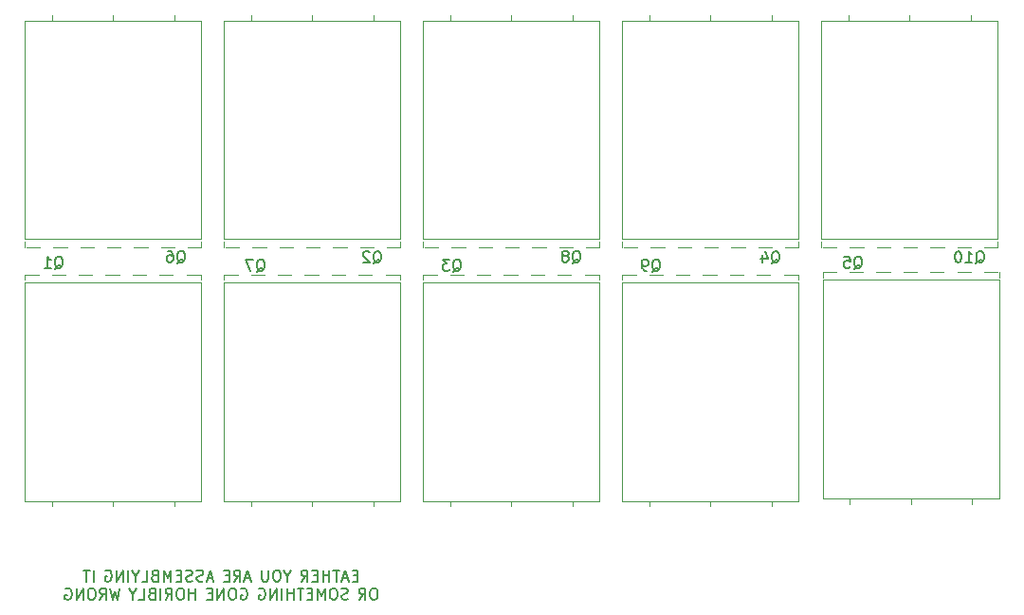
<source format=gbr>
%TF.GenerationSoftware,KiCad,Pcbnew,(6.99.0-3568-gdcfcfd5f29)*%
%TF.CreationDate,2022-10-04T16:24:13+03:00*%
%TF.ProjectId,welder ac diy,77656c64-6572-4206-9163-206469792e6b,rev?*%
%TF.SameCoordinates,Original*%
%TF.FileFunction,Legend,Bot*%
%TF.FilePolarity,Positive*%
%FSLAX46Y46*%
G04 Gerber Fmt 4.6, Leading zero omitted, Abs format (unit mm)*
G04 Created by KiCad (PCBNEW (6.99.0-3568-gdcfcfd5f29)) date 2022-10-04 16:24:13*
%MOMM*%
%LPD*%
G01*
G04 APERTURE LIST*
%ADD10C,0.150000*%
%ADD11C,0.120000*%
G04 APERTURE END LIST*
D10*
X80248190Y-110668571D02*
X79914857Y-110668571D01*
X79772000Y-111192380D02*
X80248190Y-111192380D01*
X80248190Y-111192380D02*
X80248190Y-110192380D01*
X80248190Y-110192380D02*
X79772000Y-110192380D01*
X79391047Y-110906666D02*
X78914857Y-110906666D01*
X79486285Y-111192380D02*
X79152952Y-110192380D01*
X79152952Y-110192380D02*
X78819619Y-111192380D01*
X78629142Y-110192380D02*
X78057714Y-110192380D01*
X78343428Y-111192380D02*
X78343428Y-110192380D01*
X77724380Y-111192380D02*
X77724380Y-110192380D01*
X77724380Y-110668571D02*
X77152952Y-110668571D01*
X77152952Y-111192380D02*
X77152952Y-110192380D01*
X76676761Y-110668571D02*
X76343428Y-110668571D01*
X76200571Y-111192380D02*
X76676761Y-111192380D01*
X76676761Y-111192380D02*
X76676761Y-110192380D01*
X76676761Y-110192380D02*
X76200571Y-110192380D01*
X75200571Y-111192380D02*
X75533904Y-110716190D01*
X75771999Y-111192380D02*
X75771999Y-110192380D01*
X75771999Y-110192380D02*
X75391047Y-110192380D01*
X75391047Y-110192380D02*
X75295809Y-110240000D01*
X75295809Y-110240000D02*
X75248190Y-110287619D01*
X75248190Y-110287619D02*
X75200571Y-110382857D01*
X75200571Y-110382857D02*
X75200571Y-110525714D01*
X75200571Y-110525714D02*
X75248190Y-110620952D01*
X75248190Y-110620952D02*
X75295809Y-110668571D01*
X75295809Y-110668571D02*
X75391047Y-110716190D01*
X75391047Y-110716190D02*
X75771999Y-110716190D01*
X73981523Y-110716190D02*
X73981523Y-111192380D01*
X74314856Y-110192380D02*
X73981523Y-110716190D01*
X73981523Y-110716190D02*
X73648190Y-110192380D01*
X73124380Y-110192380D02*
X72933904Y-110192380D01*
X72933904Y-110192380D02*
X72838666Y-110240000D01*
X72838666Y-110240000D02*
X72743428Y-110335238D01*
X72743428Y-110335238D02*
X72695809Y-110525714D01*
X72695809Y-110525714D02*
X72695809Y-110859047D01*
X72695809Y-110859047D02*
X72743428Y-111049523D01*
X72743428Y-111049523D02*
X72838666Y-111144761D01*
X72838666Y-111144761D02*
X72933904Y-111192380D01*
X72933904Y-111192380D02*
X73124380Y-111192380D01*
X73124380Y-111192380D02*
X73219618Y-111144761D01*
X73219618Y-111144761D02*
X73314856Y-111049523D01*
X73314856Y-111049523D02*
X73362475Y-110859047D01*
X73362475Y-110859047D02*
X73362475Y-110525714D01*
X73362475Y-110525714D02*
X73314856Y-110335238D01*
X73314856Y-110335238D02*
X73219618Y-110240000D01*
X73219618Y-110240000D02*
X73124380Y-110192380D01*
X72267237Y-110192380D02*
X72267237Y-111001904D01*
X72267237Y-111001904D02*
X72219618Y-111097142D01*
X72219618Y-111097142D02*
X72171999Y-111144761D01*
X72171999Y-111144761D02*
X72076761Y-111192380D01*
X72076761Y-111192380D02*
X71886285Y-111192380D01*
X71886285Y-111192380D02*
X71791047Y-111144761D01*
X71791047Y-111144761D02*
X71743428Y-111097142D01*
X71743428Y-111097142D02*
X71695809Y-111001904D01*
X71695809Y-111001904D02*
X71695809Y-110192380D01*
X70667237Y-110906666D02*
X70191047Y-110906666D01*
X70762475Y-111192380D02*
X70429142Y-110192380D01*
X70429142Y-110192380D02*
X70095809Y-111192380D01*
X69191047Y-111192380D02*
X69524380Y-110716190D01*
X69762475Y-111192380D02*
X69762475Y-110192380D01*
X69762475Y-110192380D02*
X69381523Y-110192380D01*
X69381523Y-110192380D02*
X69286285Y-110240000D01*
X69286285Y-110240000D02*
X69238666Y-110287619D01*
X69238666Y-110287619D02*
X69191047Y-110382857D01*
X69191047Y-110382857D02*
X69191047Y-110525714D01*
X69191047Y-110525714D02*
X69238666Y-110620952D01*
X69238666Y-110620952D02*
X69286285Y-110668571D01*
X69286285Y-110668571D02*
X69381523Y-110716190D01*
X69381523Y-110716190D02*
X69762475Y-110716190D01*
X68762475Y-110668571D02*
X68429142Y-110668571D01*
X68286285Y-111192380D02*
X68762475Y-111192380D01*
X68762475Y-111192380D02*
X68762475Y-110192380D01*
X68762475Y-110192380D02*
X68286285Y-110192380D01*
X67305332Y-110906666D02*
X66829142Y-110906666D01*
X67400570Y-111192380D02*
X67067237Y-110192380D01*
X67067237Y-110192380D02*
X66733904Y-111192380D01*
X66448189Y-111144761D02*
X66305332Y-111192380D01*
X66305332Y-111192380D02*
X66067237Y-111192380D01*
X66067237Y-111192380D02*
X65971999Y-111144761D01*
X65971999Y-111144761D02*
X65924380Y-111097142D01*
X65924380Y-111097142D02*
X65876761Y-111001904D01*
X65876761Y-111001904D02*
X65876761Y-110906666D01*
X65876761Y-110906666D02*
X65924380Y-110811428D01*
X65924380Y-110811428D02*
X65971999Y-110763809D01*
X65971999Y-110763809D02*
X66067237Y-110716190D01*
X66067237Y-110716190D02*
X66257713Y-110668571D01*
X66257713Y-110668571D02*
X66352951Y-110620952D01*
X66352951Y-110620952D02*
X66400570Y-110573333D01*
X66400570Y-110573333D02*
X66448189Y-110478095D01*
X66448189Y-110478095D02*
X66448189Y-110382857D01*
X66448189Y-110382857D02*
X66400570Y-110287619D01*
X66400570Y-110287619D02*
X66352951Y-110240000D01*
X66352951Y-110240000D02*
X66257713Y-110192380D01*
X66257713Y-110192380D02*
X66019618Y-110192380D01*
X66019618Y-110192380D02*
X65876761Y-110240000D01*
X65495808Y-111144761D02*
X65352951Y-111192380D01*
X65352951Y-111192380D02*
X65114856Y-111192380D01*
X65114856Y-111192380D02*
X65019618Y-111144761D01*
X65019618Y-111144761D02*
X64971999Y-111097142D01*
X64971999Y-111097142D02*
X64924380Y-111001904D01*
X64924380Y-111001904D02*
X64924380Y-110906666D01*
X64924380Y-110906666D02*
X64971999Y-110811428D01*
X64971999Y-110811428D02*
X65019618Y-110763809D01*
X65019618Y-110763809D02*
X65114856Y-110716190D01*
X65114856Y-110716190D02*
X65305332Y-110668571D01*
X65305332Y-110668571D02*
X65400570Y-110620952D01*
X65400570Y-110620952D02*
X65448189Y-110573333D01*
X65448189Y-110573333D02*
X65495808Y-110478095D01*
X65495808Y-110478095D02*
X65495808Y-110382857D01*
X65495808Y-110382857D02*
X65448189Y-110287619D01*
X65448189Y-110287619D02*
X65400570Y-110240000D01*
X65400570Y-110240000D02*
X65305332Y-110192380D01*
X65305332Y-110192380D02*
X65067237Y-110192380D01*
X65067237Y-110192380D02*
X64924380Y-110240000D01*
X64495808Y-110668571D02*
X64162475Y-110668571D01*
X64019618Y-111192380D02*
X64495808Y-111192380D01*
X64495808Y-111192380D02*
X64495808Y-110192380D01*
X64495808Y-110192380D02*
X64019618Y-110192380D01*
X63591046Y-111192380D02*
X63591046Y-110192380D01*
X63591046Y-110192380D02*
X63257713Y-110906666D01*
X63257713Y-110906666D02*
X62924380Y-110192380D01*
X62924380Y-110192380D02*
X62924380Y-111192380D01*
X62114856Y-110668571D02*
X61971999Y-110716190D01*
X61971999Y-110716190D02*
X61924380Y-110763809D01*
X61924380Y-110763809D02*
X61876761Y-110859047D01*
X61876761Y-110859047D02*
X61876761Y-111001904D01*
X61876761Y-111001904D02*
X61924380Y-111097142D01*
X61924380Y-111097142D02*
X61971999Y-111144761D01*
X61971999Y-111144761D02*
X62067237Y-111192380D01*
X62067237Y-111192380D02*
X62448189Y-111192380D01*
X62448189Y-111192380D02*
X62448189Y-110192380D01*
X62448189Y-110192380D02*
X62114856Y-110192380D01*
X62114856Y-110192380D02*
X62019618Y-110240000D01*
X62019618Y-110240000D02*
X61971999Y-110287619D01*
X61971999Y-110287619D02*
X61924380Y-110382857D01*
X61924380Y-110382857D02*
X61924380Y-110478095D01*
X61924380Y-110478095D02*
X61971999Y-110573333D01*
X61971999Y-110573333D02*
X62019618Y-110620952D01*
X62019618Y-110620952D02*
X62114856Y-110668571D01*
X62114856Y-110668571D02*
X62448189Y-110668571D01*
X60971999Y-111192380D02*
X61448189Y-111192380D01*
X61448189Y-111192380D02*
X61448189Y-110192380D01*
X60448189Y-110716190D02*
X60448189Y-111192380D01*
X60781522Y-110192380D02*
X60448189Y-110716190D01*
X60448189Y-110716190D02*
X60114856Y-110192380D01*
X59781522Y-111192380D02*
X59781522Y-110192380D01*
X59305332Y-111192380D02*
X59305332Y-110192380D01*
X59305332Y-110192380D02*
X58733904Y-111192380D01*
X58733904Y-111192380D02*
X58733904Y-110192380D01*
X57733904Y-110240000D02*
X57829142Y-110192380D01*
X57829142Y-110192380D02*
X57971999Y-110192380D01*
X57971999Y-110192380D02*
X58114856Y-110240000D01*
X58114856Y-110240000D02*
X58210094Y-110335238D01*
X58210094Y-110335238D02*
X58257713Y-110430476D01*
X58257713Y-110430476D02*
X58305332Y-110620952D01*
X58305332Y-110620952D02*
X58305332Y-110763809D01*
X58305332Y-110763809D02*
X58257713Y-110954285D01*
X58257713Y-110954285D02*
X58210094Y-111049523D01*
X58210094Y-111049523D02*
X58114856Y-111144761D01*
X58114856Y-111144761D02*
X57971999Y-111192380D01*
X57971999Y-111192380D02*
X57876761Y-111192380D01*
X57876761Y-111192380D02*
X57733904Y-111144761D01*
X57733904Y-111144761D02*
X57686285Y-111097142D01*
X57686285Y-111097142D02*
X57686285Y-110763809D01*
X57686285Y-110763809D02*
X57876761Y-110763809D01*
X56657713Y-111192380D02*
X56657713Y-110192380D01*
X56324380Y-110192380D02*
X55752952Y-110192380D01*
X56038666Y-111192380D02*
X56038666Y-110192380D01*
X81795808Y-111812380D02*
X81605332Y-111812380D01*
X81605332Y-111812380D02*
X81510094Y-111860000D01*
X81510094Y-111860000D02*
X81414856Y-111955238D01*
X81414856Y-111955238D02*
X81367237Y-112145714D01*
X81367237Y-112145714D02*
X81367237Y-112479047D01*
X81367237Y-112479047D02*
X81414856Y-112669523D01*
X81414856Y-112669523D02*
X81510094Y-112764761D01*
X81510094Y-112764761D02*
X81605332Y-112812380D01*
X81605332Y-112812380D02*
X81795808Y-112812380D01*
X81795808Y-112812380D02*
X81891046Y-112764761D01*
X81891046Y-112764761D02*
X81986284Y-112669523D01*
X81986284Y-112669523D02*
X82033903Y-112479047D01*
X82033903Y-112479047D02*
X82033903Y-112145714D01*
X82033903Y-112145714D02*
X81986284Y-111955238D01*
X81986284Y-111955238D02*
X81891046Y-111860000D01*
X81891046Y-111860000D02*
X81795808Y-111812380D01*
X80367237Y-112812380D02*
X80700570Y-112336190D01*
X80938665Y-112812380D02*
X80938665Y-111812380D01*
X80938665Y-111812380D02*
X80557713Y-111812380D01*
X80557713Y-111812380D02*
X80462475Y-111860000D01*
X80462475Y-111860000D02*
X80414856Y-111907619D01*
X80414856Y-111907619D02*
X80367237Y-112002857D01*
X80367237Y-112002857D02*
X80367237Y-112145714D01*
X80367237Y-112145714D02*
X80414856Y-112240952D01*
X80414856Y-112240952D02*
X80462475Y-112288571D01*
X80462475Y-112288571D02*
X80557713Y-112336190D01*
X80557713Y-112336190D02*
X80938665Y-112336190D01*
X79386284Y-112764761D02*
X79243427Y-112812380D01*
X79243427Y-112812380D02*
X79005332Y-112812380D01*
X79005332Y-112812380D02*
X78910094Y-112764761D01*
X78910094Y-112764761D02*
X78862475Y-112717142D01*
X78862475Y-112717142D02*
X78814856Y-112621904D01*
X78814856Y-112621904D02*
X78814856Y-112526666D01*
X78814856Y-112526666D02*
X78862475Y-112431428D01*
X78862475Y-112431428D02*
X78910094Y-112383809D01*
X78910094Y-112383809D02*
X79005332Y-112336190D01*
X79005332Y-112336190D02*
X79195808Y-112288571D01*
X79195808Y-112288571D02*
X79291046Y-112240952D01*
X79291046Y-112240952D02*
X79338665Y-112193333D01*
X79338665Y-112193333D02*
X79386284Y-112098095D01*
X79386284Y-112098095D02*
X79386284Y-112002857D01*
X79386284Y-112002857D02*
X79338665Y-111907619D01*
X79338665Y-111907619D02*
X79291046Y-111860000D01*
X79291046Y-111860000D02*
X79195808Y-111812380D01*
X79195808Y-111812380D02*
X78957713Y-111812380D01*
X78957713Y-111812380D02*
X78814856Y-111860000D01*
X78195808Y-111812380D02*
X78005332Y-111812380D01*
X78005332Y-111812380D02*
X77910094Y-111860000D01*
X77910094Y-111860000D02*
X77814856Y-111955238D01*
X77814856Y-111955238D02*
X77767237Y-112145714D01*
X77767237Y-112145714D02*
X77767237Y-112479047D01*
X77767237Y-112479047D02*
X77814856Y-112669523D01*
X77814856Y-112669523D02*
X77910094Y-112764761D01*
X77910094Y-112764761D02*
X78005332Y-112812380D01*
X78005332Y-112812380D02*
X78195808Y-112812380D01*
X78195808Y-112812380D02*
X78291046Y-112764761D01*
X78291046Y-112764761D02*
X78386284Y-112669523D01*
X78386284Y-112669523D02*
X78433903Y-112479047D01*
X78433903Y-112479047D02*
X78433903Y-112145714D01*
X78433903Y-112145714D02*
X78386284Y-111955238D01*
X78386284Y-111955238D02*
X78291046Y-111860000D01*
X78291046Y-111860000D02*
X78195808Y-111812380D01*
X77338665Y-112812380D02*
X77338665Y-111812380D01*
X77338665Y-111812380D02*
X77005332Y-112526666D01*
X77005332Y-112526666D02*
X76671999Y-111812380D01*
X76671999Y-111812380D02*
X76671999Y-112812380D01*
X76195808Y-112288571D02*
X75862475Y-112288571D01*
X75719618Y-112812380D02*
X76195808Y-112812380D01*
X76195808Y-112812380D02*
X76195808Y-111812380D01*
X76195808Y-111812380D02*
X75719618Y-111812380D01*
X75433903Y-111812380D02*
X74862475Y-111812380D01*
X75148189Y-112812380D02*
X75148189Y-111812380D01*
X74529141Y-112812380D02*
X74529141Y-111812380D01*
X74529141Y-112288571D02*
X73957713Y-112288571D01*
X73957713Y-112812380D02*
X73957713Y-111812380D01*
X73481522Y-112812380D02*
X73481522Y-111812380D01*
X73005332Y-112812380D02*
X73005332Y-111812380D01*
X73005332Y-111812380D02*
X72433904Y-112812380D01*
X72433904Y-112812380D02*
X72433904Y-111812380D01*
X71433904Y-111860000D02*
X71529142Y-111812380D01*
X71529142Y-111812380D02*
X71671999Y-111812380D01*
X71671999Y-111812380D02*
X71814856Y-111860000D01*
X71814856Y-111860000D02*
X71910094Y-111955238D01*
X71910094Y-111955238D02*
X71957713Y-112050476D01*
X71957713Y-112050476D02*
X72005332Y-112240952D01*
X72005332Y-112240952D02*
X72005332Y-112383809D01*
X72005332Y-112383809D02*
X71957713Y-112574285D01*
X71957713Y-112574285D02*
X71910094Y-112669523D01*
X71910094Y-112669523D02*
X71814856Y-112764761D01*
X71814856Y-112764761D02*
X71671999Y-112812380D01*
X71671999Y-112812380D02*
X71576761Y-112812380D01*
X71576761Y-112812380D02*
X71433904Y-112764761D01*
X71433904Y-112764761D02*
X71386285Y-112717142D01*
X71386285Y-112717142D02*
X71386285Y-112383809D01*
X71386285Y-112383809D02*
X71576761Y-112383809D01*
X69833904Y-111860000D02*
X69929142Y-111812380D01*
X69929142Y-111812380D02*
X70071999Y-111812380D01*
X70071999Y-111812380D02*
X70214856Y-111860000D01*
X70214856Y-111860000D02*
X70310094Y-111955238D01*
X70310094Y-111955238D02*
X70357713Y-112050476D01*
X70357713Y-112050476D02*
X70405332Y-112240952D01*
X70405332Y-112240952D02*
X70405332Y-112383809D01*
X70405332Y-112383809D02*
X70357713Y-112574285D01*
X70357713Y-112574285D02*
X70310094Y-112669523D01*
X70310094Y-112669523D02*
X70214856Y-112764761D01*
X70214856Y-112764761D02*
X70071999Y-112812380D01*
X70071999Y-112812380D02*
X69976761Y-112812380D01*
X69976761Y-112812380D02*
X69833904Y-112764761D01*
X69833904Y-112764761D02*
X69786285Y-112717142D01*
X69786285Y-112717142D02*
X69786285Y-112383809D01*
X69786285Y-112383809D02*
X69976761Y-112383809D01*
X69167237Y-111812380D02*
X68976761Y-111812380D01*
X68976761Y-111812380D02*
X68881523Y-111860000D01*
X68881523Y-111860000D02*
X68786285Y-111955238D01*
X68786285Y-111955238D02*
X68738666Y-112145714D01*
X68738666Y-112145714D02*
X68738666Y-112479047D01*
X68738666Y-112479047D02*
X68786285Y-112669523D01*
X68786285Y-112669523D02*
X68881523Y-112764761D01*
X68881523Y-112764761D02*
X68976761Y-112812380D01*
X68976761Y-112812380D02*
X69167237Y-112812380D01*
X69167237Y-112812380D02*
X69262475Y-112764761D01*
X69262475Y-112764761D02*
X69357713Y-112669523D01*
X69357713Y-112669523D02*
X69405332Y-112479047D01*
X69405332Y-112479047D02*
X69405332Y-112145714D01*
X69405332Y-112145714D02*
X69357713Y-111955238D01*
X69357713Y-111955238D02*
X69262475Y-111860000D01*
X69262475Y-111860000D02*
X69167237Y-111812380D01*
X68310094Y-112812380D02*
X68310094Y-111812380D01*
X68310094Y-111812380D02*
X67738666Y-112812380D01*
X67738666Y-112812380D02*
X67738666Y-111812380D01*
X67262475Y-112288571D02*
X66929142Y-112288571D01*
X66786285Y-112812380D02*
X67262475Y-112812380D01*
X67262475Y-112812380D02*
X67262475Y-111812380D01*
X67262475Y-111812380D02*
X66786285Y-111812380D01*
X65757713Y-112812380D02*
X65757713Y-111812380D01*
X65757713Y-112288571D02*
X65186285Y-112288571D01*
X65186285Y-112812380D02*
X65186285Y-111812380D01*
X64519618Y-111812380D02*
X64329142Y-111812380D01*
X64329142Y-111812380D02*
X64233904Y-111860000D01*
X64233904Y-111860000D02*
X64138666Y-111955238D01*
X64138666Y-111955238D02*
X64091047Y-112145714D01*
X64091047Y-112145714D02*
X64091047Y-112479047D01*
X64091047Y-112479047D02*
X64138666Y-112669523D01*
X64138666Y-112669523D02*
X64233904Y-112764761D01*
X64233904Y-112764761D02*
X64329142Y-112812380D01*
X64329142Y-112812380D02*
X64519618Y-112812380D01*
X64519618Y-112812380D02*
X64614856Y-112764761D01*
X64614856Y-112764761D02*
X64710094Y-112669523D01*
X64710094Y-112669523D02*
X64757713Y-112479047D01*
X64757713Y-112479047D02*
X64757713Y-112145714D01*
X64757713Y-112145714D02*
X64710094Y-111955238D01*
X64710094Y-111955238D02*
X64614856Y-111860000D01*
X64614856Y-111860000D02*
X64519618Y-111812380D01*
X63091047Y-112812380D02*
X63424380Y-112336190D01*
X63662475Y-112812380D02*
X63662475Y-111812380D01*
X63662475Y-111812380D02*
X63281523Y-111812380D01*
X63281523Y-111812380D02*
X63186285Y-111860000D01*
X63186285Y-111860000D02*
X63138666Y-111907619D01*
X63138666Y-111907619D02*
X63091047Y-112002857D01*
X63091047Y-112002857D02*
X63091047Y-112145714D01*
X63091047Y-112145714D02*
X63138666Y-112240952D01*
X63138666Y-112240952D02*
X63186285Y-112288571D01*
X63186285Y-112288571D02*
X63281523Y-112336190D01*
X63281523Y-112336190D02*
X63662475Y-112336190D01*
X62662475Y-112812380D02*
X62662475Y-111812380D01*
X61852952Y-112288571D02*
X61710095Y-112336190D01*
X61710095Y-112336190D02*
X61662476Y-112383809D01*
X61662476Y-112383809D02*
X61614857Y-112479047D01*
X61614857Y-112479047D02*
X61614857Y-112621904D01*
X61614857Y-112621904D02*
X61662476Y-112717142D01*
X61662476Y-112717142D02*
X61710095Y-112764761D01*
X61710095Y-112764761D02*
X61805333Y-112812380D01*
X61805333Y-112812380D02*
X62186285Y-112812380D01*
X62186285Y-112812380D02*
X62186285Y-111812380D01*
X62186285Y-111812380D02*
X61852952Y-111812380D01*
X61852952Y-111812380D02*
X61757714Y-111860000D01*
X61757714Y-111860000D02*
X61710095Y-111907619D01*
X61710095Y-111907619D02*
X61662476Y-112002857D01*
X61662476Y-112002857D02*
X61662476Y-112098095D01*
X61662476Y-112098095D02*
X61710095Y-112193333D01*
X61710095Y-112193333D02*
X61757714Y-112240952D01*
X61757714Y-112240952D02*
X61852952Y-112288571D01*
X61852952Y-112288571D02*
X62186285Y-112288571D01*
X60710095Y-112812380D02*
X61186285Y-112812380D01*
X61186285Y-112812380D02*
X61186285Y-111812380D01*
X60186285Y-112336190D02*
X60186285Y-112812380D01*
X60519618Y-111812380D02*
X60186285Y-112336190D01*
X60186285Y-112336190D02*
X59852952Y-111812380D01*
X59014856Y-111812380D02*
X58776761Y-112812380D01*
X58776761Y-112812380D02*
X58586285Y-112098095D01*
X58586285Y-112098095D02*
X58395809Y-112812380D01*
X58395809Y-112812380D02*
X58157714Y-111812380D01*
X57205333Y-112812380D02*
X57538666Y-112336190D01*
X57776761Y-112812380D02*
X57776761Y-111812380D01*
X57776761Y-111812380D02*
X57395809Y-111812380D01*
X57395809Y-111812380D02*
X57300571Y-111860000D01*
X57300571Y-111860000D02*
X57252952Y-111907619D01*
X57252952Y-111907619D02*
X57205333Y-112002857D01*
X57205333Y-112002857D02*
X57205333Y-112145714D01*
X57205333Y-112145714D02*
X57252952Y-112240952D01*
X57252952Y-112240952D02*
X57300571Y-112288571D01*
X57300571Y-112288571D02*
X57395809Y-112336190D01*
X57395809Y-112336190D02*
X57776761Y-112336190D01*
X56586285Y-111812380D02*
X56395809Y-111812380D01*
X56395809Y-111812380D02*
X56300571Y-111860000D01*
X56300571Y-111860000D02*
X56205333Y-111955238D01*
X56205333Y-111955238D02*
X56157714Y-112145714D01*
X56157714Y-112145714D02*
X56157714Y-112479047D01*
X56157714Y-112479047D02*
X56205333Y-112669523D01*
X56205333Y-112669523D02*
X56300571Y-112764761D01*
X56300571Y-112764761D02*
X56395809Y-112812380D01*
X56395809Y-112812380D02*
X56586285Y-112812380D01*
X56586285Y-112812380D02*
X56681523Y-112764761D01*
X56681523Y-112764761D02*
X56776761Y-112669523D01*
X56776761Y-112669523D02*
X56824380Y-112479047D01*
X56824380Y-112479047D02*
X56824380Y-112145714D01*
X56824380Y-112145714D02*
X56776761Y-111955238D01*
X56776761Y-111955238D02*
X56681523Y-111860000D01*
X56681523Y-111860000D02*
X56586285Y-111812380D01*
X55729142Y-112812380D02*
X55729142Y-111812380D01*
X55729142Y-111812380D02*
X55157714Y-112812380D01*
X55157714Y-112812380D02*
X55157714Y-111812380D01*
X54157714Y-111860000D02*
X54252952Y-111812380D01*
X54252952Y-111812380D02*
X54395809Y-111812380D01*
X54395809Y-111812380D02*
X54538666Y-111860000D01*
X54538666Y-111860000D02*
X54633904Y-111955238D01*
X54633904Y-111955238D02*
X54681523Y-112050476D01*
X54681523Y-112050476D02*
X54729142Y-112240952D01*
X54729142Y-112240952D02*
X54729142Y-112383809D01*
X54729142Y-112383809D02*
X54681523Y-112574285D01*
X54681523Y-112574285D02*
X54633904Y-112669523D01*
X54633904Y-112669523D02*
X54538666Y-112764761D01*
X54538666Y-112764761D02*
X54395809Y-112812380D01*
X54395809Y-112812380D02*
X54300571Y-112812380D01*
X54300571Y-112812380D02*
X54157714Y-112764761D01*
X54157714Y-112764761D02*
X54110095Y-112717142D01*
X54110095Y-112717142D02*
X54110095Y-112383809D01*
X54110095Y-112383809D02*
X54300571Y-112383809D01*
%TO.C,Q7*%
X71215238Y-83520619D02*
X71310476Y-83473000D01*
X71310476Y-83473000D02*
X71405714Y-83377761D01*
X71405714Y-83377761D02*
X71548571Y-83234904D01*
X71548571Y-83234904D02*
X71643809Y-83187285D01*
X71643809Y-83187285D02*
X71739047Y-83187285D01*
X71691428Y-83425380D02*
X71786666Y-83377761D01*
X71786666Y-83377761D02*
X71881904Y-83282523D01*
X71881904Y-83282523D02*
X71929523Y-83092047D01*
X71929523Y-83092047D02*
X71929523Y-82758714D01*
X71929523Y-82758714D02*
X71881904Y-82568238D01*
X71881904Y-82568238D02*
X71786666Y-82473000D01*
X71786666Y-82473000D02*
X71691428Y-82425380D01*
X71691428Y-82425380D02*
X71500952Y-82425380D01*
X71500952Y-82425380D02*
X71405714Y-82473000D01*
X71405714Y-82473000D02*
X71310476Y-82568238D01*
X71310476Y-82568238D02*
X71262857Y-82758714D01*
X71262857Y-82758714D02*
X71262857Y-83092047D01*
X71262857Y-83092047D02*
X71310476Y-83282523D01*
X71310476Y-83282523D02*
X71405714Y-83377761D01*
X71405714Y-83377761D02*
X71500952Y-83425380D01*
X71500952Y-83425380D02*
X71691428Y-83425380D01*
X70929523Y-82425380D02*
X70262857Y-82425380D01*
X70262857Y-82425380D02*
X70691428Y-83425380D01*
%TO.C,Q4*%
X117189238Y-82787619D02*
X117284476Y-82740000D01*
X117284476Y-82740000D02*
X117379714Y-82644761D01*
X117379714Y-82644761D02*
X117522571Y-82501904D01*
X117522571Y-82501904D02*
X117617809Y-82454285D01*
X117617809Y-82454285D02*
X117713047Y-82454285D01*
X117665428Y-82692380D02*
X117760666Y-82644761D01*
X117760666Y-82644761D02*
X117855904Y-82549523D01*
X117855904Y-82549523D02*
X117903523Y-82359047D01*
X117903523Y-82359047D02*
X117903523Y-82025714D01*
X117903523Y-82025714D02*
X117855904Y-81835238D01*
X117855904Y-81835238D02*
X117760666Y-81740000D01*
X117760666Y-81740000D02*
X117665428Y-81692380D01*
X117665428Y-81692380D02*
X117474952Y-81692380D01*
X117474952Y-81692380D02*
X117379714Y-81740000D01*
X117379714Y-81740000D02*
X117284476Y-81835238D01*
X117284476Y-81835238D02*
X117236857Y-82025714D01*
X117236857Y-82025714D02*
X117236857Y-82359047D01*
X117236857Y-82359047D02*
X117284476Y-82549523D01*
X117284476Y-82549523D02*
X117379714Y-82644761D01*
X117379714Y-82644761D02*
X117474952Y-82692380D01*
X117474952Y-82692380D02*
X117665428Y-82692380D01*
X116379714Y-82025714D02*
X116379714Y-82692380D01*
X116617809Y-81644761D02*
X116855904Y-82359047D01*
X116855904Y-82359047D02*
X116236857Y-82359047D01*
%TO.C,Q9*%
X106521238Y-83520619D02*
X106616476Y-83473000D01*
X106616476Y-83473000D02*
X106711714Y-83377761D01*
X106711714Y-83377761D02*
X106854571Y-83234904D01*
X106854571Y-83234904D02*
X106949809Y-83187285D01*
X106949809Y-83187285D02*
X107045047Y-83187285D01*
X106997428Y-83425380D02*
X107092666Y-83377761D01*
X107092666Y-83377761D02*
X107187904Y-83282523D01*
X107187904Y-83282523D02*
X107235523Y-83092047D01*
X107235523Y-83092047D02*
X107235523Y-82758714D01*
X107235523Y-82758714D02*
X107187904Y-82568238D01*
X107187904Y-82568238D02*
X107092666Y-82473000D01*
X107092666Y-82473000D02*
X106997428Y-82425380D01*
X106997428Y-82425380D02*
X106806952Y-82425380D01*
X106806952Y-82425380D02*
X106711714Y-82473000D01*
X106711714Y-82473000D02*
X106616476Y-82568238D01*
X106616476Y-82568238D02*
X106568857Y-82758714D01*
X106568857Y-82758714D02*
X106568857Y-83092047D01*
X106568857Y-83092047D02*
X106616476Y-83282523D01*
X106616476Y-83282523D02*
X106711714Y-83377761D01*
X106711714Y-83377761D02*
X106806952Y-83425380D01*
X106806952Y-83425380D02*
X106997428Y-83425380D01*
X106092666Y-83425380D02*
X105902190Y-83425380D01*
X105902190Y-83425380D02*
X105806952Y-83377761D01*
X105806952Y-83377761D02*
X105759333Y-83330142D01*
X105759333Y-83330142D02*
X105664095Y-83187285D01*
X105664095Y-83187285D02*
X105616476Y-82996809D01*
X105616476Y-82996809D02*
X105616476Y-82615857D01*
X105616476Y-82615857D02*
X105664095Y-82520619D01*
X105664095Y-82520619D02*
X105711714Y-82473000D01*
X105711714Y-82473000D02*
X105806952Y-82425380D01*
X105806952Y-82425380D02*
X105997428Y-82425380D01*
X105997428Y-82425380D02*
X106092666Y-82473000D01*
X106092666Y-82473000D02*
X106140285Y-82520619D01*
X106140285Y-82520619D02*
X106187904Y-82615857D01*
X106187904Y-82615857D02*
X106187904Y-82853952D01*
X106187904Y-82853952D02*
X106140285Y-82949190D01*
X106140285Y-82949190D02*
X106092666Y-82996809D01*
X106092666Y-82996809D02*
X105997428Y-83044428D01*
X105997428Y-83044428D02*
X105806952Y-83044428D01*
X105806952Y-83044428D02*
X105711714Y-82996809D01*
X105711714Y-82996809D02*
X105664095Y-82949190D01*
X105664095Y-82949190D02*
X105616476Y-82853952D01*
%TO.C,Q5*%
X124555238Y-83266619D02*
X124650476Y-83219000D01*
X124650476Y-83219000D02*
X124745714Y-83123761D01*
X124745714Y-83123761D02*
X124888571Y-82980904D01*
X124888571Y-82980904D02*
X124983809Y-82933285D01*
X124983809Y-82933285D02*
X125079047Y-82933285D01*
X125031428Y-83171380D02*
X125126666Y-83123761D01*
X125126666Y-83123761D02*
X125221904Y-83028523D01*
X125221904Y-83028523D02*
X125269523Y-82838047D01*
X125269523Y-82838047D02*
X125269523Y-82504714D01*
X125269523Y-82504714D02*
X125221904Y-82314238D01*
X125221904Y-82314238D02*
X125126666Y-82219000D01*
X125126666Y-82219000D02*
X125031428Y-82171380D01*
X125031428Y-82171380D02*
X124840952Y-82171380D01*
X124840952Y-82171380D02*
X124745714Y-82219000D01*
X124745714Y-82219000D02*
X124650476Y-82314238D01*
X124650476Y-82314238D02*
X124602857Y-82504714D01*
X124602857Y-82504714D02*
X124602857Y-82838047D01*
X124602857Y-82838047D02*
X124650476Y-83028523D01*
X124650476Y-83028523D02*
X124745714Y-83123761D01*
X124745714Y-83123761D02*
X124840952Y-83171380D01*
X124840952Y-83171380D02*
X125031428Y-83171380D01*
X123698095Y-82171380D02*
X124174285Y-82171380D01*
X124174285Y-82171380D02*
X124221904Y-82647571D01*
X124221904Y-82647571D02*
X124174285Y-82599952D01*
X124174285Y-82599952D02*
X124079047Y-82552333D01*
X124079047Y-82552333D02*
X123840952Y-82552333D01*
X123840952Y-82552333D02*
X123745714Y-82599952D01*
X123745714Y-82599952D02*
X123698095Y-82647571D01*
X123698095Y-82647571D02*
X123650476Y-82742809D01*
X123650476Y-82742809D02*
X123650476Y-82980904D01*
X123650476Y-82980904D02*
X123698095Y-83076142D01*
X123698095Y-83076142D02*
X123745714Y-83123761D01*
X123745714Y-83123761D02*
X123840952Y-83171380D01*
X123840952Y-83171380D02*
X124079047Y-83171380D01*
X124079047Y-83171380D02*
X124174285Y-83123761D01*
X124174285Y-83123761D02*
X124221904Y-83076142D01*
%TO.C,Q10*%
X135445428Y-82787619D02*
X135540666Y-82740000D01*
X135540666Y-82740000D02*
X135635904Y-82644761D01*
X135635904Y-82644761D02*
X135778761Y-82501904D01*
X135778761Y-82501904D02*
X135873999Y-82454285D01*
X135873999Y-82454285D02*
X135969237Y-82454285D01*
X135921618Y-82692380D02*
X136016856Y-82644761D01*
X136016856Y-82644761D02*
X136112094Y-82549523D01*
X136112094Y-82549523D02*
X136159713Y-82359047D01*
X136159713Y-82359047D02*
X136159713Y-82025714D01*
X136159713Y-82025714D02*
X136112094Y-81835238D01*
X136112094Y-81835238D02*
X136016856Y-81740000D01*
X136016856Y-81740000D02*
X135921618Y-81692380D01*
X135921618Y-81692380D02*
X135731142Y-81692380D01*
X135731142Y-81692380D02*
X135635904Y-81740000D01*
X135635904Y-81740000D02*
X135540666Y-81835238D01*
X135540666Y-81835238D02*
X135493047Y-82025714D01*
X135493047Y-82025714D02*
X135493047Y-82359047D01*
X135493047Y-82359047D02*
X135540666Y-82549523D01*
X135540666Y-82549523D02*
X135635904Y-82644761D01*
X135635904Y-82644761D02*
X135731142Y-82692380D01*
X135731142Y-82692380D02*
X135921618Y-82692380D01*
X134540666Y-82692380D02*
X135112094Y-82692380D01*
X134826380Y-82692380D02*
X134826380Y-81692380D01*
X134826380Y-81692380D02*
X134921618Y-81835238D01*
X134921618Y-81835238D02*
X135016856Y-81930476D01*
X135016856Y-81930476D02*
X135112094Y-81978095D01*
X133921618Y-81692380D02*
X133826380Y-81692380D01*
X133826380Y-81692380D02*
X133731142Y-81740000D01*
X133731142Y-81740000D02*
X133683523Y-81787619D01*
X133683523Y-81787619D02*
X133635904Y-81882857D01*
X133635904Y-81882857D02*
X133588285Y-82073333D01*
X133588285Y-82073333D02*
X133588285Y-82311428D01*
X133588285Y-82311428D02*
X133635904Y-82501904D01*
X133635904Y-82501904D02*
X133683523Y-82597142D01*
X133683523Y-82597142D02*
X133731142Y-82644761D01*
X133731142Y-82644761D02*
X133826380Y-82692380D01*
X133826380Y-82692380D02*
X133921618Y-82692380D01*
X133921618Y-82692380D02*
X134016856Y-82644761D01*
X134016856Y-82644761D02*
X134064475Y-82597142D01*
X134064475Y-82597142D02*
X134112094Y-82501904D01*
X134112094Y-82501904D02*
X134159713Y-82311428D01*
X134159713Y-82311428D02*
X134159713Y-82073333D01*
X134159713Y-82073333D02*
X134112094Y-81882857D01*
X134112094Y-81882857D02*
X134064475Y-81787619D01*
X134064475Y-81787619D02*
X134016856Y-81740000D01*
X134016856Y-81740000D02*
X133921618Y-81692380D01*
%TO.C,Q6*%
X64103238Y-82758619D02*
X64198476Y-82711000D01*
X64198476Y-82711000D02*
X64293714Y-82615761D01*
X64293714Y-82615761D02*
X64436571Y-82472904D01*
X64436571Y-82472904D02*
X64531809Y-82425285D01*
X64531809Y-82425285D02*
X64627047Y-82425285D01*
X64579428Y-82663380D02*
X64674666Y-82615761D01*
X64674666Y-82615761D02*
X64769904Y-82520523D01*
X64769904Y-82520523D02*
X64817523Y-82330047D01*
X64817523Y-82330047D02*
X64817523Y-81996714D01*
X64817523Y-81996714D02*
X64769904Y-81806238D01*
X64769904Y-81806238D02*
X64674666Y-81711000D01*
X64674666Y-81711000D02*
X64579428Y-81663380D01*
X64579428Y-81663380D02*
X64388952Y-81663380D01*
X64388952Y-81663380D02*
X64293714Y-81711000D01*
X64293714Y-81711000D02*
X64198476Y-81806238D01*
X64198476Y-81806238D02*
X64150857Y-81996714D01*
X64150857Y-81996714D02*
X64150857Y-82330047D01*
X64150857Y-82330047D02*
X64198476Y-82520523D01*
X64198476Y-82520523D02*
X64293714Y-82615761D01*
X64293714Y-82615761D02*
X64388952Y-82663380D01*
X64388952Y-82663380D02*
X64579428Y-82663380D01*
X63293714Y-81663380D02*
X63484190Y-81663380D01*
X63484190Y-81663380D02*
X63579428Y-81711000D01*
X63579428Y-81711000D02*
X63627047Y-81758619D01*
X63627047Y-81758619D02*
X63722285Y-81901476D01*
X63722285Y-81901476D02*
X63769904Y-82091952D01*
X63769904Y-82091952D02*
X63769904Y-82472904D01*
X63769904Y-82472904D02*
X63722285Y-82568142D01*
X63722285Y-82568142D02*
X63674666Y-82615761D01*
X63674666Y-82615761D02*
X63579428Y-82663380D01*
X63579428Y-82663380D02*
X63388952Y-82663380D01*
X63388952Y-82663380D02*
X63293714Y-82615761D01*
X63293714Y-82615761D02*
X63246095Y-82568142D01*
X63246095Y-82568142D02*
X63198476Y-82472904D01*
X63198476Y-82472904D02*
X63198476Y-82234809D01*
X63198476Y-82234809D02*
X63246095Y-82139571D01*
X63246095Y-82139571D02*
X63293714Y-82091952D01*
X63293714Y-82091952D02*
X63388952Y-82044333D01*
X63388952Y-82044333D02*
X63579428Y-82044333D01*
X63579428Y-82044333D02*
X63674666Y-82091952D01*
X63674666Y-82091952D02*
X63722285Y-82139571D01*
X63722285Y-82139571D02*
X63769904Y-82234809D01*
%TO.C,Q1*%
X53181238Y-83266619D02*
X53276476Y-83219000D01*
X53276476Y-83219000D02*
X53371714Y-83123761D01*
X53371714Y-83123761D02*
X53514571Y-82980904D01*
X53514571Y-82980904D02*
X53609809Y-82933285D01*
X53609809Y-82933285D02*
X53705047Y-82933285D01*
X53657428Y-83171380D02*
X53752666Y-83123761D01*
X53752666Y-83123761D02*
X53847904Y-83028523D01*
X53847904Y-83028523D02*
X53895523Y-82838047D01*
X53895523Y-82838047D02*
X53895523Y-82504714D01*
X53895523Y-82504714D02*
X53847904Y-82314238D01*
X53847904Y-82314238D02*
X53752666Y-82219000D01*
X53752666Y-82219000D02*
X53657428Y-82171380D01*
X53657428Y-82171380D02*
X53466952Y-82171380D01*
X53466952Y-82171380D02*
X53371714Y-82219000D01*
X53371714Y-82219000D02*
X53276476Y-82314238D01*
X53276476Y-82314238D02*
X53228857Y-82504714D01*
X53228857Y-82504714D02*
X53228857Y-82838047D01*
X53228857Y-82838047D02*
X53276476Y-83028523D01*
X53276476Y-83028523D02*
X53371714Y-83123761D01*
X53371714Y-83123761D02*
X53466952Y-83171380D01*
X53466952Y-83171380D02*
X53657428Y-83171380D01*
X52276476Y-83171380D02*
X52847904Y-83171380D01*
X52562190Y-83171380D02*
X52562190Y-82171380D01*
X52562190Y-82171380D02*
X52657428Y-82314238D01*
X52657428Y-82314238D02*
X52752666Y-82409476D01*
X52752666Y-82409476D02*
X52847904Y-82457095D01*
%TO.C,Q8*%
X99409238Y-82758619D02*
X99504476Y-82711000D01*
X99504476Y-82711000D02*
X99599714Y-82615761D01*
X99599714Y-82615761D02*
X99742571Y-82472904D01*
X99742571Y-82472904D02*
X99837809Y-82425285D01*
X99837809Y-82425285D02*
X99933047Y-82425285D01*
X99885428Y-82663380D02*
X99980666Y-82615761D01*
X99980666Y-82615761D02*
X100075904Y-82520523D01*
X100075904Y-82520523D02*
X100123523Y-82330047D01*
X100123523Y-82330047D02*
X100123523Y-81996714D01*
X100123523Y-81996714D02*
X100075904Y-81806238D01*
X100075904Y-81806238D02*
X99980666Y-81711000D01*
X99980666Y-81711000D02*
X99885428Y-81663380D01*
X99885428Y-81663380D02*
X99694952Y-81663380D01*
X99694952Y-81663380D02*
X99599714Y-81711000D01*
X99599714Y-81711000D02*
X99504476Y-81806238D01*
X99504476Y-81806238D02*
X99456857Y-81996714D01*
X99456857Y-81996714D02*
X99456857Y-82330047D01*
X99456857Y-82330047D02*
X99504476Y-82520523D01*
X99504476Y-82520523D02*
X99599714Y-82615761D01*
X99599714Y-82615761D02*
X99694952Y-82663380D01*
X99694952Y-82663380D02*
X99885428Y-82663380D01*
X98885428Y-82091952D02*
X98980666Y-82044333D01*
X98980666Y-82044333D02*
X99028285Y-81996714D01*
X99028285Y-81996714D02*
X99075904Y-81901476D01*
X99075904Y-81901476D02*
X99075904Y-81853857D01*
X99075904Y-81853857D02*
X99028285Y-81758619D01*
X99028285Y-81758619D02*
X98980666Y-81711000D01*
X98980666Y-81711000D02*
X98885428Y-81663380D01*
X98885428Y-81663380D02*
X98694952Y-81663380D01*
X98694952Y-81663380D02*
X98599714Y-81711000D01*
X98599714Y-81711000D02*
X98552095Y-81758619D01*
X98552095Y-81758619D02*
X98504476Y-81853857D01*
X98504476Y-81853857D02*
X98504476Y-81901476D01*
X98504476Y-81901476D02*
X98552095Y-81996714D01*
X98552095Y-81996714D02*
X98599714Y-82044333D01*
X98599714Y-82044333D02*
X98694952Y-82091952D01*
X98694952Y-82091952D02*
X98885428Y-82091952D01*
X98885428Y-82091952D02*
X98980666Y-82139571D01*
X98980666Y-82139571D02*
X99028285Y-82187190D01*
X99028285Y-82187190D02*
X99075904Y-82282428D01*
X99075904Y-82282428D02*
X99075904Y-82472904D01*
X99075904Y-82472904D02*
X99028285Y-82568142D01*
X99028285Y-82568142D02*
X98980666Y-82615761D01*
X98980666Y-82615761D02*
X98885428Y-82663380D01*
X98885428Y-82663380D02*
X98694952Y-82663380D01*
X98694952Y-82663380D02*
X98599714Y-82615761D01*
X98599714Y-82615761D02*
X98552095Y-82568142D01*
X98552095Y-82568142D02*
X98504476Y-82472904D01*
X98504476Y-82472904D02*
X98504476Y-82282428D01*
X98504476Y-82282428D02*
X98552095Y-82187190D01*
X98552095Y-82187190D02*
X98599714Y-82139571D01*
X98599714Y-82139571D02*
X98694952Y-82091952D01*
%TO.C,Q2*%
X81629238Y-82787619D02*
X81724476Y-82740000D01*
X81724476Y-82740000D02*
X81819714Y-82644761D01*
X81819714Y-82644761D02*
X81962571Y-82501904D01*
X81962571Y-82501904D02*
X82057809Y-82454285D01*
X82057809Y-82454285D02*
X82153047Y-82454285D01*
X82105428Y-82692380D02*
X82200666Y-82644761D01*
X82200666Y-82644761D02*
X82295904Y-82549523D01*
X82295904Y-82549523D02*
X82343523Y-82359047D01*
X82343523Y-82359047D02*
X82343523Y-82025714D01*
X82343523Y-82025714D02*
X82295904Y-81835238D01*
X82295904Y-81835238D02*
X82200666Y-81740000D01*
X82200666Y-81740000D02*
X82105428Y-81692380D01*
X82105428Y-81692380D02*
X81914952Y-81692380D01*
X81914952Y-81692380D02*
X81819714Y-81740000D01*
X81819714Y-81740000D02*
X81724476Y-81835238D01*
X81724476Y-81835238D02*
X81676857Y-82025714D01*
X81676857Y-82025714D02*
X81676857Y-82359047D01*
X81676857Y-82359047D02*
X81724476Y-82549523D01*
X81724476Y-82549523D02*
X81819714Y-82644761D01*
X81819714Y-82644761D02*
X81914952Y-82692380D01*
X81914952Y-82692380D02*
X82105428Y-82692380D01*
X81295904Y-81787619D02*
X81248285Y-81740000D01*
X81248285Y-81740000D02*
X81153047Y-81692380D01*
X81153047Y-81692380D02*
X80914952Y-81692380D01*
X80914952Y-81692380D02*
X80819714Y-81740000D01*
X80819714Y-81740000D02*
X80772095Y-81787619D01*
X80772095Y-81787619D02*
X80724476Y-81882857D01*
X80724476Y-81882857D02*
X80724476Y-81978095D01*
X80724476Y-81978095D02*
X80772095Y-82120952D01*
X80772095Y-82120952D02*
X81343523Y-82692380D01*
X81343523Y-82692380D02*
X80724476Y-82692380D01*
%TO.C,Q3*%
X88741238Y-83520619D02*
X88836476Y-83473000D01*
X88836476Y-83473000D02*
X88931714Y-83377761D01*
X88931714Y-83377761D02*
X89074571Y-83234904D01*
X89074571Y-83234904D02*
X89169809Y-83187285D01*
X89169809Y-83187285D02*
X89265047Y-83187285D01*
X89217428Y-83425380D02*
X89312666Y-83377761D01*
X89312666Y-83377761D02*
X89407904Y-83282523D01*
X89407904Y-83282523D02*
X89455523Y-83092047D01*
X89455523Y-83092047D02*
X89455523Y-82758714D01*
X89455523Y-82758714D02*
X89407904Y-82568238D01*
X89407904Y-82568238D02*
X89312666Y-82473000D01*
X89312666Y-82473000D02*
X89217428Y-82425380D01*
X89217428Y-82425380D02*
X89026952Y-82425380D01*
X89026952Y-82425380D02*
X88931714Y-82473000D01*
X88931714Y-82473000D02*
X88836476Y-82568238D01*
X88836476Y-82568238D02*
X88788857Y-82758714D01*
X88788857Y-82758714D02*
X88788857Y-83092047D01*
X88788857Y-83092047D02*
X88836476Y-83282523D01*
X88836476Y-83282523D02*
X88931714Y-83377761D01*
X88931714Y-83377761D02*
X89026952Y-83425380D01*
X89026952Y-83425380D02*
X89217428Y-83425380D01*
X88455523Y-82425380D02*
X87836476Y-82425380D01*
X87836476Y-82425380D02*
X88169809Y-82806333D01*
X88169809Y-82806333D02*
X88026952Y-82806333D01*
X88026952Y-82806333D02*
X87931714Y-82853952D01*
X87931714Y-82853952D02*
X87884095Y-82901571D01*
X87884095Y-82901571D02*
X87836476Y-82996809D01*
X87836476Y-82996809D02*
X87836476Y-83234904D01*
X87836476Y-83234904D02*
X87884095Y-83330142D01*
X87884095Y-83330142D02*
X87931714Y-83377761D01*
X87931714Y-83377761D02*
X88026952Y-83425380D01*
X88026952Y-83425380D02*
X88312666Y-83425380D01*
X88312666Y-83425380D02*
X88407904Y-83377761D01*
X88407904Y-83377761D02*
X88455523Y-83330142D01*
D11*
%TO.C,Q7*%
X68330000Y-83775000D02*
X69530000Y-83775000D01*
X68330000Y-84235000D02*
X68330000Y-83775000D01*
X68330000Y-84475000D02*
X84070000Y-84475000D01*
X68330000Y-104015000D02*
X68330000Y-84475000D01*
X68330000Y-104015000D02*
X84070000Y-104015000D01*
X70729000Y-83775000D02*
X71930000Y-83775000D01*
X70750000Y-104495000D02*
X70750000Y-104015000D01*
X73130000Y-83775000D02*
X74330000Y-83775000D01*
X75530000Y-83775000D02*
X76730000Y-83775000D01*
X76200000Y-104495000D02*
X76200000Y-104015000D01*
X77930000Y-83775000D02*
X79130000Y-83775000D01*
X80330000Y-83775000D02*
X81530000Y-83775000D01*
X81650000Y-104495000D02*
X81650000Y-104015000D01*
X82730000Y-83775000D02*
X83930000Y-83775000D01*
X84070000Y-84235000D02*
X84070000Y-83775000D01*
X84070000Y-104015000D02*
X84070000Y-84475000D01*
%TO.C,Q4*%
X119630000Y-81325000D02*
X118430000Y-81325000D01*
X119630000Y-80865000D02*
X119630000Y-81325000D01*
X119630000Y-80625000D02*
X103890000Y-80625000D01*
X119630000Y-61085000D02*
X119630000Y-80625000D01*
X119630000Y-61085000D02*
X103890000Y-61085000D01*
X117231000Y-81325000D02*
X116030000Y-81325000D01*
X117210000Y-60605000D02*
X117210000Y-61085000D01*
X114830000Y-81325000D02*
X113630000Y-81325000D01*
X112430000Y-81325000D02*
X111230000Y-81325000D01*
X111760000Y-60605000D02*
X111760000Y-61085000D01*
X110030000Y-81325000D02*
X108830000Y-81325000D01*
X107630000Y-81325000D02*
X106430000Y-81325000D01*
X106310000Y-60605000D02*
X106310000Y-61085000D01*
X105230000Y-81325000D02*
X104030000Y-81325000D01*
X103890000Y-80865000D02*
X103890000Y-81325000D01*
X103890000Y-61085000D02*
X103890000Y-80625000D01*
%TO.C,Q9*%
X103890000Y-83775000D02*
X105090000Y-83775000D01*
X103890000Y-84235000D02*
X103890000Y-83775000D01*
X103890000Y-84475000D02*
X119630000Y-84475000D01*
X103890000Y-104015000D02*
X103890000Y-84475000D01*
X103890000Y-104015000D02*
X119630000Y-104015000D01*
X106289000Y-83775000D02*
X107490000Y-83775000D01*
X106310000Y-104495000D02*
X106310000Y-104015000D01*
X108690000Y-83775000D02*
X109890000Y-83775000D01*
X111090000Y-83775000D02*
X112290000Y-83775000D01*
X111760000Y-104495000D02*
X111760000Y-104015000D01*
X113490000Y-83775000D02*
X114690000Y-83775000D01*
X115890000Y-83775000D02*
X117090000Y-83775000D01*
X117210000Y-104495000D02*
X117210000Y-104015000D01*
X118290000Y-83775000D02*
X119490000Y-83775000D01*
X119630000Y-84235000D02*
X119630000Y-83775000D01*
X119630000Y-104015000D02*
X119630000Y-84475000D01*
%TO.C,Q5*%
X121786000Y-83560000D02*
X122986000Y-83560000D01*
X121786000Y-84020000D02*
X121786000Y-83560000D01*
X121786000Y-84260000D02*
X137526000Y-84260000D01*
X121786000Y-103800000D02*
X121786000Y-84260000D01*
X121786000Y-103800000D02*
X137526000Y-103800000D01*
X124185000Y-83560000D02*
X125386000Y-83560000D01*
X124206000Y-104280000D02*
X124206000Y-103800000D01*
X126586000Y-83560000D02*
X127786000Y-83560000D01*
X128986000Y-83560000D02*
X130186000Y-83560000D01*
X129656000Y-104280000D02*
X129656000Y-103800000D01*
X131386000Y-83560000D02*
X132586000Y-83560000D01*
X133786000Y-83560000D02*
X134986000Y-83560000D01*
X135106000Y-104280000D02*
X135106000Y-103800000D01*
X136186000Y-83560000D02*
X137386000Y-83560000D01*
X137526000Y-84020000D02*
X137526000Y-83560000D01*
X137526000Y-103800000D02*
X137526000Y-84260000D01*
%TO.C,Q10*%
X137410000Y-81325000D02*
X136210000Y-81325000D01*
X137410000Y-80865000D02*
X137410000Y-81325000D01*
X137410000Y-80625000D02*
X121670000Y-80625000D01*
X137410000Y-61085000D02*
X137410000Y-80625000D01*
X137410000Y-61085000D02*
X121670000Y-61085000D01*
X135011000Y-81325000D02*
X133810000Y-81325000D01*
X134990000Y-60605000D02*
X134990000Y-61085000D01*
X132610000Y-81325000D02*
X131410000Y-81325000D01*
X130210000Y-81325000D02*
X129010000Y-81325000D01*
X129540000Y-60605000D02*
X129540000Y-61085000D01*
X127810000Y-81325000D02*
X126610000Y-81325000D01*
X125410000Y-81325000D02*
X124210000Y-81325000D01*
X124090000Y-60605000D02*
X124090000Y-61085000D01*
X123010000Y-81325000D02*
X121810000Y-81325000D01*
X121670000Y-80865000D02*
X121670000Y-81325000D01*
X121670000Y-61085000D02*
X121670000Y-80625000D01*
%TO.C,Q6*%
X66290000Y-81325000D02*
X65090000Y-81325000D01*
X66290000Y-80865000D02*
X66290000Y-81325000D01*
X66290000Y-80625000D02*
X50550000Y-80625000D01*
X66290000Y-61085000D02*
X66290000Y-80625000D01*
X66290000Y-61085000D02*
X50550000Y-61085000D01*
X63891000Y-81325000D02*
X62690000Y-81325000D01*
X63870000Y-60605000D02*
X63870000Y-61085000D01*
X61490000Y-81325000D02*
X60290000Y-81325000D01*
X59090000Y-81325000D02*
X57890000Y-81325000D01*
X58420000Y-60605000D02*
X58420000Y-61085000D01*
X56690000Y-81325000D02*
X55490000Y-81325000D01*
X54290000Y-81325000D02*
X53090000Y-81325000D01*
X52970000Y-60605000D02*
X52970000Y-61085000D01*
X51890000Y-81325000D02*
X50690000Y-81325000D01*
X50550000Y-80865000D02*
X50550000Y-81325000D01*
X50550000Y-61085000D02*
X50550000Y-80625000D01*
%TO.C,Q1*%
X50550000Y-83775000D02*
X51750000Y-83775000D01*
X50550000Y-84235000D02*
X50550000Y-83775000D01*
X50550000Y-84475000D02*
X66290000Y-84475000D01*
X50550000Y-104015000D02*
X50550000Y-84475000D01*
X50550000Y-104015000D02*
X66290000Y-104015000D01*
X52949000Y-83775000D02*
X54150000Y-83775000D01*
X52970000Y-104495000D02*
X52970000Y-104015000D01*
X55350000Y-83775000D02*
X56550000Y-83775000D01*
X57750000Y-83775000D02*
X58950000Y-83775000D01*
X58420000Y-104495000D02*
X58420000Y-104015000D01*
X60150000Y-83775000D02*
X61350000Y-83775000D01*
X62550000Y-83775000D02*
X63750000Y-83775000D01*
X63870000Y-104495000D02*
X63870000Y-104015000D01*
X64950000Y-83775000D02*
X66150000Y-83775000D01*
X66290000Y-84235000D02*
X66290000Y-83775000D01*
X66290000Y-104015000D02*
X66290000Y-84475000D01*
%TO.C,Q8*%
X101850000Y-81325000D02*
X100650000Y-81325000D01*
X101850000Y-80865000D02*
X101850000Y-81325000D01*
X101850000Y-80625000D02*
X86110000Y-80625000D01*
X101850000Y-61085000D02*
X101850000Y-80625000D01*
X101850000Y-61085000D02*
X86110000Y-61085000D01*
X99451000Y-81325000D02*
X98250000Y-81325000D01*
X99430000Y-60605000D02*
X99430000Y-61085000D01*
X97050000Y-81325000D02*
X95850000Y-81325000D01*
X94650000Y-81325000D02*
X93450000Y-81325000D01*
X93980000Y-60605000D02*
X93980000Y-61085000D01*
X92250000Y-81325000D02*
X91050000Y-81325000D01*
X89850000Y-81325000D02*
X88650000Y-81325000D01*
X88530000Y-60605000D02*
X88530000Y-61085000D01*
X87450000Y-81325000D02*
X86250000Y-81325000D01*
X86110000Y-80865000D02*
X86110000Y-81325000D01*
X86110000Y-61085000D02*
X86110000Y-80625000D01*
%TO.C,Q2*%
X84070000Y-81325000D02*
X82870000Y-81325000D01*
X84070000Y-80865000D02*
X84070000Y-81325000D01*
X84070000Y-80625000D02*
X68330000Y-80625000D01*
X84070000Y-61085000D02*
X84070000Y-80625000D01*
X84070000Y-61085000D02*
X68330000Y-61085000D01*
X81671000Y-81325000D02*
X80470000Y-81325000D01*
X81650000Y-60605000D02*
X81650000Y-61085000D01*
X79270000Y-81325000D02*
X78070000Y-81325000D01*
X76870000Y-81325000D02*
X75670000Y-81325000D01*
X76200000Y-60605000D02*
X76200000Y-61085000D01*
X74470000Y-81325000D02*
X73270000Y-81325000D01*
X72070000Y-81325000D02*
X70870000Y-81325000D01*
X70750000Y-60605000D02*
X70750000Y-61085000D01*
X69670000Y-81325000D02*
X68470000Y-81325000D01*
X68330000Y-80865000D02*
X68330000Y-81325000D01*
X68330000Y-61085000D02*
X68330000Y-80625000D01*
%TO.C,Q3*%
X86110000Y-83775000D02*
X87310000Y-83775000D01*
X86110000Y-84235000D02*
X86110000Y-83775000D01*
X86110000Y-84475000D02*
X101850000Y-84475000D01*
X86110000Y-104015000D02*
X86110000Y-84475000D01*
X86110000Y-104015000D02*
X101850000Y-104015000D01*
X88509000Y-83775000D02*
X89710000Y-83775000D01*
X88530000Y-104495000D02*
X88530000Y-104015000D01*
X90910000Y-83775000D02*
X92110000Y-83775000D01*
X93310000Y-83775000D02*
X94510000Y-83775000D01*
X93980000Y-104495000D02*
X93980000Y-104015000D01*
X95710000Y-83775000D02*
X96910000Y-83775000D01*
X98110000Y-83775000D02*
X99310000Y-83775000D01*
X99430000Y-104495000D02*
X99430000Y-104015000D01*
X100510000Y-83775000D02*
X101710000Y-83775000D01*
X101850000Y-84235000D02*
X101850000Y-83775000D01*
X101850000Y-104015000D02*
X101850000Y-84475000D01*
%TD*%
M02*

</source>
